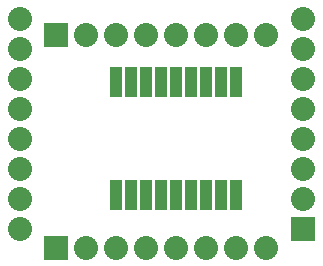
<source format=gbs>
G04 (created by PCBNEW-RS274X (2011-05-25)-stable) date Fri 25 Jan 2013 04:31:27 PM PST*
G01*
G70*
G90*
%MOIN*%
G04 Gerber Fmt 3.4, Leading zero omitted, Abs format*
%FSLAX34Y34*%
G04 APERTURE LIST*
%ADD10C,0.006000*%
%ADD11C,0.080000*%
%ADD12R,0.080000X0.080000*%
%ADD13R,0.043600X0.098700*%
G04 APERTURE END LIST*
G54D10*
G54D11*
X40945Y-29569D03*
X40945Y-30569D03*
X40945Y-31569D03*
X40945Y-32569D03*
X40945Y-33569D03*
X40945Y-34569D03*
X40945Y-35569D03*
X40945Y-36569D03*
G54D12*
X50394Y-36569D03*
G54D11*
X50394Y-35569D03*
X50394Y-34569D03*
X50394Y-33569D03*
X50394Y-32569D03*
X50394Y-31569D03*
X50394Y-30569D03*
X50394Y-29569D03*
G54D12*
X42169Y-30118D03*
G54D11*
X43169Y-30118D03*
X44169Y-30118D03*
X45169Y-30118D03*
X46169Y-30118D03*
X47169Y-30118D03*
X48169Y-30118D03*
X49169Y-30118D03*
G54D12*
X42169Y-37205D03*
G54D11*
X43169Y-37205D03*
X44169Y-37205D03*
X45169Y-37205D03*
X46169Y-37205D03*
X47169Y-37205D03*
X48169Y-37205D03*
X49169Y-37205D03*
G54D13*
X48161Y-35457D03*
X47661Y-35457D03*
X47161Y-35457D03*
X46661Y-35457D03*
X46161Y-35457D03*
X45661Y-35457D03*
X45161Y-35457D03*
X44661Y-35457D03*
X44161Y-35457D03*
X48161Y-31669D03*
X47661Y-31669D03*
X47161Y-31669D03*
X46661Y-31669D03*
X46161Y-31669D03*
X45661Y-31669D03*
X45161Y-31669D03*
X44661Y-31669D03*
X44161Y-31669D03*
M02*

</source>
